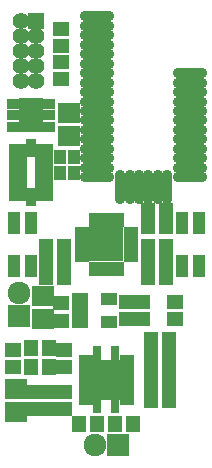
<source format=gts>
G04 #@! TF.FileFunction,Soldermask,Top*
%FSLAX46Y46*%
G04 Gerber Fmt 4.6, Leading zero omitted, Abs format (unit mm)*
G04 Created by KiCad (PCBNEW 4.0.4-stable) date Tuesday, January 03, 2017 'PMt' 07:48:05 PM*
%MOMM*%
%LPD*%
G01*
G04 APERTURE LIST*
%ADD10C,0.100000*%
%ADD11O,2.900000X0.900000*%
%ADD12O,0.900000X2.900000*%
%ADD13R,1.299160X1.400760*%
%ADD14R,1.400760X1.299160*%
%ADD15R,1.898600X1.700480*%
%ADD16R,1.100000X1.900000*%
%ADD17R,1.924000X1.924000*%
%ADD18C,1.924000*%
%ADD19R,0.680000X1.250000*%
%ADD20R,1.250000X0.680000*%
%ADD21R,2.450000X3.450000*%
%ADD22R,1.400000X1.100000*%
%ADD23R,1.250000X0.590000*%
%ADD24R,0.590000X1.250000*%
%ADD25R,2.900000X2.900000*%
%ADD26R,1.100000X1.150000*%
%ADD27R,1.250000X0.850000*%
%ADD28R,2.000000X2.900000*%
%ADD29R,1.545000X0.950000*%
%ADD30R,0.950000X1.545000*%
%ADD31R,1.416000X1.416000*%
%ADD32C,1.416000*%
G04 APERTURE END LIST*
D10*
D11*
X138942000Y-89408000D03*
X138942000Y-90208000D03*
X138942000Y-91008000D03*
X138942000Y-91808000D03*
X138942000Y-92608000D03*
X138942000Y-93408000D03*
X138942000Y-94208000D03*
X138942000Y-95008000D03*
X138942000Y-95808000D03*
X138942000Y-96608000D03*
X138892000Y-97408000D03*
X138942000Y-98208000D03*
X138942000Y-99008000D03*
X138942000Y-99808000D03*
X138942000Y-100608000D03*
X138942000Y-101408000D03*
X138942000Y-102208000D03*
X138942000Y-103008000D03*
D12*
X140867000Y-103808000D03*
X141667000Y-103808000D03*
X142467000Y-103808000D03*
X143267000Y-103808000D03*
X144067000Y-103808000D03*
X144867000Y-103808000D03*
D11*
X146792000Y-103008000D03*
X146792000Y-102208000D03*
X146792000Y-101408000D03*
X146792000Y-100608000D03*
X146792000Y-99808000D03*
X146792000Y-99008000D03*
X146792000Y-98208000D03*
X146792000Y-97408000D03*
X146792000Y-96608000D03*
X146792000Y-95808000D03*
X146792000Y-95008000D03*
X146792000Y-94208000D03*
D13*
X141975840Y-123952000D03*
X140472160Y-123952000D03*
X138927840Y-123952000D03*
X137424160Y-123952000D03*
X145023840Y-120650000D03*
X143520160Y-120650000D03*
X145023840Y-119380000D03*
X143520160Y-119380000D03*
X145023840Y-121920000D03*
X143520160Y-121920000D03*
D14*
X136144000Y-122671840D03*
X136144000Y-121168160D03*
X133604000Y-122671840D03*
X133604000Y-121168160D03*
X134874000Y-122671840D03*
X134874000Y-121168160D03*
D15*
X132080000Y-120967500D03*
X132080000Y-122872500D03*
D14*
X141478000Y-113548160D03*
X141478000Y-115051840D03*
D15*
X136525000Y-97599500D03*
X136525000Y-99504500D03*
D14*
X135890000Y-113675160D03*
X135890000Y-115178840D03*
D15*
X134366000Y-113093500D03*
X134366000Y-114998500D03*
D16*
X133288000Y-106912000D03*
X131888000Y-106912000D03*
X131888000Y-110512000D03*
X133288000Y-110512000D03*
X146112000Y-110512000D03*
X147512000Y-110512000D03*
X147512000Y-106912000D03*
X146112000Y-106912000D03*
D17*
X132334000Y-114808000D03*
D18*
X132334000Y-112808000D03*
D17*
X140716000Y-125730000D03*
D18*
X138716000Y-125730000D03*
D14*
X135890000Y-90434160D03*
X135890000Y-91937840D03*
X135890000Y-93228160D03*
X135890000Y-94731840D03*
D13*
X143520160Y-116840000D03*
X145023840Y-116840000D03*
X145023840Y-118110000D03*
X143520160Y-118110000D03*
X134863840Y-117475000D03*
X133360160Y-117475000D03*
X134863840Y-119126000D03*
X133360160Y-119126000D03*
D14*
X136144000Y-119115840D03*
X136144000Y-117612160D03*
X131826000Y-119115840D03*
X131826000Y-117612160D03*
D13*
X144769840Y-105918000D03*
X143266160Y-105918000D03*
X144769840Y-107188000D03*
X143266160Y-107188000D03*
D14*
X142748000Y-115051840D03*
X142748000Y-113548160D03*
X145542000Y-113548160D03*
X145542000Y-115051840D03*
D13*
X136133840Y-108966000D03*
X134630160Y-108966000D03*
X136133840Y-110236000D03*
X134630160Y-110236000D03*
X136133840Y-111506000D03*
X134630160Y-111506000D03*
X143266160Y-111506000D03*
X144769840Y-111506000D03*
X143266160Y-110236000D03*
X144769840Y-110236000D03*
X143266160Y-108966000D03*
X144769840Y-108966000D03*
D19*
X140450000Y-122428000D03*
X140450000Y-117928000D03*
X138950000Y-117928000D03*
X138950000Y-122428000D03*
D20*
X141450000Y-120428000D03*
X141450000Y-120928000D03*
X141450000Y-121428000D03*
X141450000Y-121928000D03*
X141450000Y-119928000D03*
X141450000Y-119428000D03*
X141450000Y-118928000D03*
X141450000Y-118428000D03*
X137950000Y-118428000D03*
X137950000Y-118928000D03*
X137950000Y-119428000D03*
X137950000Y-119928000D03*
X137950000Y-120428000D03*
X137950000Y-120928000D03*
X137950000Y-121428000D03*
X137950000Y-121928000D03*
D21*
X139700000Y-120178000D03*
D22*
X137484000Y-113350000D03*
X137484000Y-114300000D03*
X137484000Y-115250000D03*
X139884000Y-115250000D03*
X139884000Y-113350000D03*
D23*
X137600000Y-107462000D03*
X137600000Y-107962000D03*
X137600000Y-108462000D03*
X137600000Y-108962000D03*
X137600000Y-109462000D03*
X137600000Y-109962000D03*
D24*
X138450000Y-110812000D03*
X138950000Y-110812000D03*
X139450000Y-110812000D03*
X139950000Y-110812000D03*
X140450000Y-110812000D03*
X140950000Y-110812000D03*
D23*
X141800000Y-109962000D03*
X141800000Y-109462000D03*
X141800000Y-108962000D03*
X141800000Y-108462000D03*
X141800000Y-107962000D03*
X141800000Y-107462000D03*
D24*
X140950000Y-106612000D03*
X140450000Y-106612000D03*
X139950000Y-106612000D03*
X139450000Y-106612000D03*
X138950000Y-106612000D03*
X138450000Y-106612000D03*
D25*
X139700000Y-108712000D03*
D26*
X135798000Y-102656000D03*
X136998000Y-102656000D03*
X136998000Y-101306000D03*
X135798000Y-101306000D03*
D27*
X134800000Y-98790000D03*
X134800000Y-97790000D03*
X134800000Y-96790000D03*
X131900000Y-96790000D03*
X131900000Y-97790000D03*
X131900000Y-98790000D03*
D28*
X133350000Y-97790000D03*
D29*
X132250000Y-100616000D03*
X132250000Y-101416000D03*
X132250000Y-102216000D03*
X132250000Y-103016000D03*
X132250000Y-103816000D03*
X132250000Y-104616000D03*
D30*
X133350000Y-104716000D03*
D29*
X134450000Y-104616000D03*
X134450000Y-103816000D03*
X134450000Y-103016000D03*
X134450000Y-102216000D03*
X134450000Y-101416000D03*
X134450000Y-100616000D03*
D30*
X133350000Y-100516000D03*
D31*
X133731000Y-89789000D03*
D32*
X132461000Y-89789000D03*
X133731000Y-91059000D03*
X132461000Y-91059000D03*
X133731000Y-92329000D03*
X132461000Y-92329000D03*
X133731000Y-93599000D03*
X132461000Y-93599000D03*
X133731000Y-94869000D03*
X132461000Y-94869000D03*
M02*

</source>
